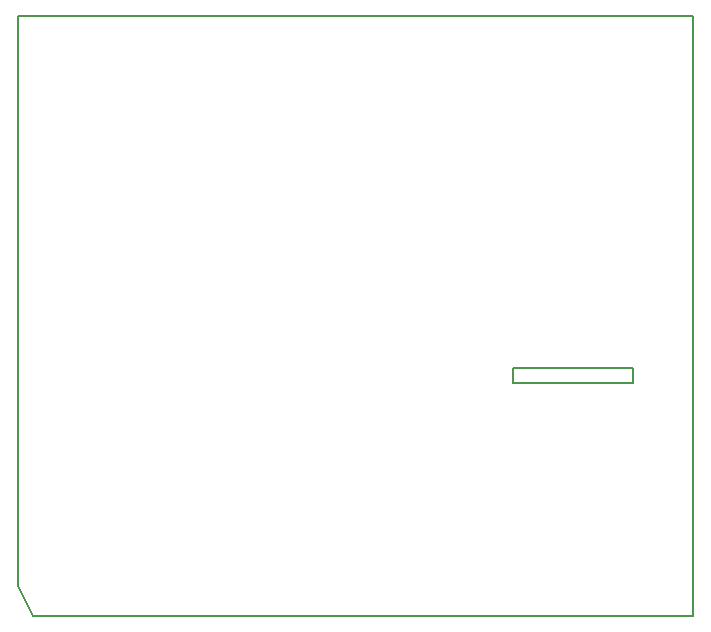
<source format=gm1>
G04 #@! TF.GenerationSoftware,KiCad,Pcbnew,5.0.2+dfsg1-1~bpo9+1*
G04 #@! TF.CreationDate,2020-03-24T03:03:07-04:00*
G04 #@! TF.ProjectId,attiny10,61747469-6e79-4313-902e-6b696361645f,0.10.a*
G04 #@! TF.SameCoordinates,Original*
G04 #@! TF.FileFunction,Profile,NP*
%FSLAX46Y46*%
G04 Gerber Fmt 4.6, Leading zero omitted, Abs format (unit mm)*
G04 Created by KiCad (PCBNEW 5.0.2+dfsg1-1~bpo9+1) date Tue 24 Mar 2020 03:03:07 AM EDT*
%MOMM*%
%LPD*%
G01*
G04 APERTURE LIST*
%ADD10C,0.200000*%
G04 APERTURE END LIST*
D10*
X30480000Y-54610000D02*
X87630000Y-54610000D01*
X30480000Y-102870000D02*
X30480000Y-54610000D01*
X31750000Y-105410000D02*
X30480000Y-102870000D01*
X87630000Y-105410000D02*
X31750000Y-105410000D01*
X87630000Y-54610000D02*
X87630000Y-105410000D01*
X72390000Y-84455000D02*
X82550000Y-84455000D01*
X72390000Y-85725000D02*
X72390000Y-84455000D01*
X82550000Y-85725000D02*
X72390000Y-85725000D01*
X82550000Y-84455000D02*
X82550000Y-85725000D01*
M02*

</source>
